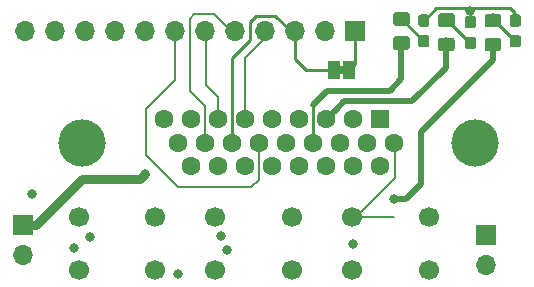
<source format=gtl>
G04 #@! TF.GenerationSoftware,KiCad,Pcbnew,(5.1.0-0)*
G04 #@! TF.CreationDate,2019-04-23T20:34:44+03:00*
G04 #@! TF.ProjectId,ovms-swcan-dongle,6f766d73-2d73-4776-9361-6e2d646f6e67,rev?*
G04 #@! TF.SameCoordinates,Original*
G04 #@! TF.FileFunction,Copper,L1,Top*
G04 #@! TF.FilePolarity,Positive*
%FSLAX46Y46*%
G04 Gerber Fmt 4.6, Leading zero omitted, Abs format (unit mm)*
G04 Created by KiCad (PCBNEW (5.1.0-0)) date 2019-04-23 20:34:44*
%MOMM*%
%LPD*%
G04 APERTURE LIST*
%ADD10C,0.100000*%
%ADD11O,1.700000X1.700000*%
%ADD12R,1.700000X1.700000*%
%ADD13R,1.000000X1.500000*%
%ADD14C,1.700000*%
%ADD15C,4.000000*%
%ADD16C,1.600000*%
%ADD17R,1.600000X1.600000*%
%ADD18C,0.950000*%
%ADD19C,1.150000*%
%ADD20C,0.800000*%
%ADD21C,0.203300*%
%ADD22C,0.250000*%
%ADD23C,0.500000*%
%ADD24C,0.800000*%
G04 APERTURE END LIST*
D10*
G36*
X42041000Y-17861000D02*
G01*
X42541000Y-17861000D01*
X42541000Y-18461000D01*
X42041000Y-18461000D01*
X42041000Y-17861000D01*
G37*
D11*
X54559200Y-34696400D03*
D12*
X54559200Y-32156400D03*
D11*
X15316200Y-33858200D03*
D12*
X15316200Y-31318200D03*
D11*
X15494000Y-14859000D03*
X18034000Y-14859000D03*
X20574000Y-14859000D03*
X23114000Y-14859000D03*
X25654000Y-14859000D03*
X28194000Y-14859000D03*
X30734000Y-14859000D03*
X33274000Y-14859000D03*
X35814000Y-14859000D03*
X38354000Y-14859000D03*
X40894000Y-14859000D03*
D12*
X43434000Y-14859000D03*
D13*
X42941000Y-18161000D03*
X41641000Y-18161000D03*
D14*
X43205400Y-30607000D03*
X49705400Y-30607000D03*
X43205400Y-35107000D03*
X49705400Y-35107000D03*
X31597600Y-30607000D03*
X38097600Y-30607000D03*
X31597600Y-35107000D03*
X38097600Y-35107000D03*
X20040600Y-30607000D03*
X26540600Y-30607000D03*
X20040600Y-35107000D03*
X26540600Y-35107000D03*
D15*
X20318000Y-24332000D03*
X53618000Y-24332000D03*
D16*
X29563000Y-26312000D03*
X31853000Y-26312000D03*
X34143000Y-26312000D03*
X36433000Y-26312000D03*
X38723000Y-26312000D03*
X41013000Y-26312000D03*
X43303000Y-26312000D03*
X45593000Y-26312000D03*
X28418000Y-24332000D03*
X30708000Y-24332000D03*
X32998000Y-24332000D03*
X35288000Y-24332000D03*
X37578000Y-24332000D03*
X39868000Y-24332000D03*
X42158000Y-24332000D03*
X44448000Y-24332000D03*
X46738000Y-24332000D03*
X27273000Y-22352000D03*
X29563000Y-22352000D03*
X31853000Y-22352000D03*
X34143000Y-22352000D03*
X36433000Y-22352000D03*
X38723000Y-22352000D03*
X41013000Y-22352000D03*
X43303000Y-22352000D03*
D17*
X45593000Y-22352000D03*
D10*
G36*
X57283779Y-15210144D02*
G01*
X57306834Y-15213563D01*
X57329443Y-15219227D01*
X57351387Y-15227079D01*
X57372457Y-15237044D01*
X57392448Y-15249026D01*
X57411168Y-15262910D01*
X57428438Y-15278562D01*
X57444090Y-15295832D01*
X57457974Y-15314552D01*
X57469956Y-15334543D01*
X57479921Y-15355613D01*
X57487773Y-15377557D01*
X57493437Y-15400166D01*
X57496856Y-15423221D01*
X57498000Y-15446500D01*
X57498000Y-16021500D01*
X57496856Y-16044779D01*
X57493437Y-16067834D01*
X57487773Y-16090443D01*
X57479921Y-16112387D01*
X57469956Y-16133457D01*
X57457974Y-16153448D01*
X57444090Y-16172168D01*
X57428438Y-16189438D01*
X57411168Y-16205090D01*
X57392448Y-16218974D01*
X57372457Y-16230956D01*
X57351387Y-16240921D01*
X57329443Y-16248773D01*
X57306834Y-16254437D01*
X57283779Y-16257856D01*
X57260500Y-16259000D01*
X56785500Y-16259000D01*
X56762221Y-16257856D01*
X56739166Y-16254437D01*
X56716557Y-16248773D01*
X56694613Y-16240921D01*
X56673543Y-16230956D01*
X56653552Y-16218974D01*
X56634832Y-16205090D01*
X56617562Y-16189438D01*
X56601910Y-16172168D01*
X56588026Y-16153448D01*
X56576044Y-16133457D01*
X56566079Y-16112387D01*
X56558227Y-16090443D01*
X56552563Y-16067834D01*
X56549144Y-16044779D01*
X56548000Y-16021500D01*
X56548000Y-15446500D01*
X56549144Y-15423221D01*
X56552563Y-15400166D01*
X56558227Y-15377557D01*
X56566079Y-15355613D01*
X56576044Y-15334543D01*
X56588026Y-15314552D01*
X56601910Y-15295832D01*
X56617562Y-15278562D01*
X56634832Y-15262910D01*
X56653552Y-15249026D01*
X56673543Y-15237044D01*
X56694613Y-15227079D01*
X56716557Y-15219227D01*
X56739166Y-15213563D01*
X56762221Y-15210144D01*
X56785500Y-15209000D01*
X57260500Y-15209000D01*
X57283779Y-15210144D01*
X57283779Y-15210144D01*
G37*
D18*
X57023000Y-15734000D03*
D10*
G36*
X57283779Y-13460144D02*
G01*
X57306834Y-13463563D01*
X57329443Y-13469227D01*
X57351387Y-13477079D01*
X57372457Y-13487044D01*
X57392448Y-13499026D01*
X57411168Y-13512910D01*
X57428438Y-13528562D01*
X57444090Y-13545832D01*
X57457974Y-13564552D01*
X57469956Y-13584543D01*
X57479921Y-13605613D01*
X57487773Y-13627557D01*
X57493437Y-13650166D01*
X57496856Y-13673221D01*
X57498000Y-13696500D01*
X57498000Y-14271500D01*
X57496856Y-14294779D01*
X57493437Y-14317834D01*
X57487773Y-14340443D01*
X57479921Y-14362387D01*
X57469956Y-14383457D01*
X57457974Y-14403448D01*
X57444090Y-14422168D01*
X57428438Y-14439438D01*
X57411168Y-14455090D01*
X57392448Y-14468974D01*
X57372457Y-14480956D01*
X57351387Y-14490921D01*
X57329443Y-14498773D01*
X57306834Y-14504437D01*
X57283779Y-14507856D01*
X57260500Y-14509000D01*
X56785500Y-14509000D01*
X56762221Y-14507856D01*
X56739166Y-14504437D01*
X56716557Y-14498773D01*
X56694613Y-14490921D01*
X56673543Y-14480956D01*
X56653552Y-14468974D01*
X56634832Y-14455090D01*
X56617562Y-14439438D01*
X56601910Y-14422168D01*
X56588026Y-14403448D01*
X56576044Y-14383457D01*
X56566079Y-14362387D01*
X56558227Y-14340443D01*
X56552563Y-14317834D01*
X56549144Y-14294779D01*
X56548000Y-14271500D01*
X56548000Y-13696500D01*
X56549144Y-13673221D01*
X56552563Y-13650166D01*
X56558227Y-13627557D01*
X56566079Y-13605613D01*
X56576044Y-13584543D01*
X56588026Y-13564552D01*
X56601910Y-13545832D01*
X56617562Y-13528562D01*
X56634832Y-13512910D01*
X56653552Y-13499026D01*
X56673543Y-13487044D01*
X56694613Y-13477079D01*
X56716557Y-13469227D01*
X56739166Y-13463563D01*
X56762221Y-13460144D01*
X56785500Y-13459000D01*
X57260500Y-13459000D01*
X57283779Y-13460144D01*
X57283779Y-13460144D01*
G37*
D18*
X57023000Y-13984000D03*
D10*
G36*
X53473779Y-15337144D02*
G01*
X53496834Y-15340563D01*
X53519443Y-15346227D01*
X53541387Y-15354079D01*
X53562457Y-15364044D01*
X53582448Y-15376026D01*
X53601168Y-15389910D01*
X53618438Y-15405562D01*
X53634090Y-15422832D01*
X53647974Y-15441552D01*
X53659956Y-15461543D01*
X53669921Y-15482613D01*
X53677773Y-15504557D01*
X53683437Y-15527166D01*
X53686856Y-15550221D01*
X53688000Y-15573500D01*
X53688000Y-16148500D01*
X53686856Y-16171779D01*
X53683437Y-16194834D01*
X53677773Y-16217443D01*
X53669921Y-16239387D01*
X53659956Y-16260457D01*
X53647974Y-16280448D01*
X53634090Y-16299168D01*
X53618438Y-16316438D01*
X53601168Y-16332090D01*
X53582448Y-16345974D01*
X53562457Y-16357956D01*
X53541387Y-16367921D01*
X53519443Y-16375773D01*
X53496834Y-16381437D01*
X53473779Y-16384856D01*
X53450500Y-16386000D01*
X52975500Y-16386000D01*
X52952221Y-16384856D01*
X52929166Y-16381437D01*
X52906557Y-16375773D01*
X52884613Y-16367921D01*
X52863543Y-16357956D01*
X52843552Y-16345974D01*
X52824832Y-16332090D01*
X52807562Y-16316438D01*
X52791910Y-16299168D01*
X52778026Y-16280448D01*
X52766044Y-16260457D01*
X52756079Y-16239387D01*
X52748227Y-16217443D01*
X52742563Y-16194834D01*
X52739144Y-16171779D01*
X52738000Y-16148500D01*
X52738000Y-15573500D01*
X52739144Y-15550221D01*
X52742563Y-15527166D01*
X52748227Y-15504557D01*
X52756079Y-15482613D01*
X52766044Y-15461543D01*
X52778026Y-15441552D01*
X52791910Y-15422832D01*
X52807562Y-15405562D01*
X52824832Y-15389910D01*
X52843552Y-15376026D01*
X52863543Y-15364044D01*
X52884613Y-15354079D01*
X52906557Y-15346227D01*
X52929166Y-15340563D01*
X52952221Y-15337144D01*
X52975500Y-15336000D01*
X53450500Y-15336000D01*
X53473779Y-15337144D01*
X53473779Y-15337144D01*
G37*
D18*
X53213000Y-15861000D03*
D10*
G36*
X53473779Y-13587144D02*
G01*
X53496834Y-13590563D01*
X53519443Y-13596227D01*
X53541387Y-13604079D01*
X53562457Y-13614044D01*
X53582448Y-13626026D01*
X53601168Y-13639910D01*
X53618438Y-13655562D01*
X53634090Y-13672832D01*
X53647974Y-13691552D01*
X53659956Y-13711543D01*
X53669921Y-13732613D01*
X53677773Y-13754557D01*
X53683437Y-13777166D01*
X53686856Y-13800221D01*
X53688000Y-13823500D01*
X53688000Y-14398500D01*
X53686856Y-14421779D01*
X53683437Y-14444834D01*
X53677773Y-14467443D01*
X53669921Y-14489387D01*
X53659956Y-14510457D01*
X53647974Y-14530448D01*
X53634090Y-14549168D01*
X53618438Y-14566438D01*
X53601168Y-14582090D01*
X53582448Y-14595974D01*
X53562457Y-14607956D01*
X53541387Y-14617921D01*
X53519443Y-14625773D01*
X53496834Y-14631437D01*
X53473779Y-14634856D01*
X53450500Y-14636000D01*
X52975500Y-14636000D01*
X52952221Y-14634856D01*
X52929166Y-14631437D01*
X52906557Y-14625773D01*
X52884613Y-14617921D01*
X52863543Y-14607956D01*
X52843552Y-14595974D01*
X52824832Y-14582090D01*
X52807562Y-14566438D01*
X52791910Y-14549168D01*
X52778026Y-14530448D01*
X52766044Y-14510457D01*
X52756079Y-14489387D01*
X52748227Y-14467443D01*
X52742563Y-14444834D01*
X52739144Y-14421779D01*
X52738000Y-14398500D01*
X52738000Y-13823500D01*
X52739144Y-13800221D01*
X52742563Y-13777166D01*
X52748227Y-13754557D01*
X52756079Y-13732613D01*
X52766044Y-13711543D01*
X52778026Y-13691552D01*
X52791910Y-13672832D01*
X52807562Y-13655562D01*
X52824832Y-13639910D01*
X52843552Y-13626026D01*
X52863543Y-13614044D01*
X52884613Y-13604079D01*
X52906557Y-13596227D01*
X52929166Y-13590563D01*
X52952221Y-13587144D01*
X52975500Y-13586000D01*
X53450500Y-13586000D01*
X53473779Y-13587144D01*
X53473779Y-13587144D01*
G37*
D18*
X53213000Y-14111000D03*
D10*
G36*
X49536779Y-15210144D02*
G01*
X49559834Y-15213563D01*
X49582443Y-15219227D01*
X49604387Y-15227079D01*
X49625457Y-15237044D01*
X49645448Y-15249026D01*
X49664168Y-15262910D01*
X49681438Y-15278562D01*
X49697090Y-15295832D01*
X49710974Y-15314552D01*
X49722956Y-15334543D01*
X49732921Y-15355613D01*
X49740773Y-15377557D01*
X49746437Y-15400166D01*
X49749856Y-15423221D01*
X49751000Y-15446500D01*
X49751000Y-16021500D01*
X49749856Y-16044779D01*
X49746437Y-16067834D01*
X49740773Y-16090443D01*
X49732921Y-16112387D01*
X49722956Y-16133457D01*
X49710974Y-16153448D01*
X49697090Y-16172168D01*
X49681438Y-16189438D01*
X49664168Y-16205090D01*
X49645448Y-16218974D01*
X49625457Y-16230956D01*
X49604387Y-16240921D01*
X49582443Y-16248773D01*
X49559834Y-16254437D01*
X49536779Y-16257856D01*
X49513500Y-16259000D01*
X49038500Y-16259000D01*
X49015221Y-16257856D01*
X48992166Y-16254437D01*
X48969557Y-16248773D01*
X48947613Y-16240921D01*
X48926543Y-16230956D01*
X48906552Y-16218974D01*
X48887832Y-16205090D01*
X48870562Y-16189438D01*
X48854910Y-16172168D01*
X48841026Y-16153448D01*
X48829044Y-16133457D01*
X48819079Y-16112387D01*
X48811227Y-16090443D01*
X48805563Y-16067834D01*
X48802144Y-16044779D01*
X48801000Y-16021500D01*
X48801000Y-15446500D01*
X48802144Y-15423221D01*
X48805563Y-15400166D01*
X48811227Y-15377557D01*
X48819079Y-15355613D01*
X48829044Y-15334543D01*
X48841026Y-15314552D01*
X48854910Y-15295832D01*
X48870562Y-15278562D01*
X48887832Y-15262910D01*
X48906552Y-15249026D01*
X48926543Y-15237044D01*
X48947613Y-15227079D01*
X48969557Y-15219227D01*
X48992166Y-15213563D01*
X49015221Y-15210144D01*
X49038500Y-15209000D01*
X49513500Y-15209000D01*
X49536779Y-15210144D01*
X49536779Y-15210144D01*
G37*
D18*
X49276000Y-15734000D03*
D10*
G36*
X49536779Y-13460144D02*
G01*
X49559834Y-13463563D01*
X49582443Y-13469227D01*
X49604387Y-13477079D01*
X49625457Y-13487044D01*
X49645448Y-13499026D01*
X49664168Y-13512910D01*
X49681438Y-13528562D01*
X49697090Y-13545832D01*
X49710974Y-13564552D01*
X49722956Y-13584543D01*
X49732921Y-13605613D01*
X49740773Y-13627557D01*
X49746437Y-13650166D01*
X49749856Y-13673221D01*
X49751000Y-13696500D01*
X49751000Y-14271500D01*
X49749856Y-14294779D01*
X49746437Y-14317834D01*
X49740773Y-14340443D01*
X49732921Y-14362387D01*
X49722956Y-14383457D01*
X49710974Y-14403448D01*
X49697090Y-14422168D01*
X49681438Y-14439438D01*
X49664168Y-14455090D01*
X49645448Y-14468974D01*
X49625457Y-14480956D01*
X49604387Y-14490921D01*
X49582443Y-14498773D01*
X49559834Y-14504437D01*
X49536779Y-14507856D01*
X49513500Y-14509000D01*
X49038500Y-14509000D01*
X49015221Y-14507856D01*
X48992166Y-14504437D01*
X48969557Y-14498773D01*
X48947613Y-14490921D01*
X48926543Y-14480956D01*
X48906552Y-14468974D01*
X48887832Y-14455090D01*
X48870562Y-14439438D01*
X48854910Y-14422168D01*
X48841026Y-14403448D01*
X48829044Y-14383457D01*
X48819079Y-14362387D01*
X48811227Y-14340443D01*
X48805563Y-14317834D01*
X48802144Y-14294779D01*
X48801000Y-14271500D01*
X48801000Y-13696500D01*
X48802144Y-13673221D01*
X48805563Y-13650166D01*
X48811227Y-13627557D01*
X48819079Y-13605613D01*
X48829044Y-13584543D01*
X48841026Y-13564552D01*
X48854910Y-13545832D01*
X48870562Y-13528562D01*
X48887832Y-13512910D01*
X48906552Y-13499026D01*
X48926543Y-13487044D01*
X48947613Y-13477079D01*
X48969557Y-13469227D01*
X48992166Y-13463563D01*
X49015221Y-13460144D01*
X49038500Y-13459000D01*
X49513500Y-13459000D01*
X49536779Y-13460144D01*
X49536779Y-13460144D01*
G37*
D18*
X49276000Y-13984000D03*
D10*
G36*
X55592505Y-13396204D02*
G01*
X55616773Y-13399804D01*
X55640572Y-13405765D01*
X55663671Y-13414030D01*
X55685850Y-13424520D01*
X55706893Y-13437132D01*
X55726599Y-13451747D01*
X55744777Y-13468223D01*
X55761253Y-13486401D01*
X55775868Y-13506107D01*
X55788480Y-13527150D01*
X55798970Y-13549329D01*
X55807235Y-13572428D01*
X55813196Y-13596227D01*
X55816796Y-13620495D01*
X55818000Y-13644999D01*
X55818000Y-14295001D01*
X55816796Y-14319505D01*
X55813196Y-14343773D01*
X55807235Y-14367572D01*
X55798970Y-14390671D01*
X55788480Y-14412850D01*
X55775868Y-14433893D01*
X55761253Y-14453599D01*
X55744777Y-14471777D01*
X55726599Y-14488253D01*
X55706893Y-14502868D01*
X55685850Y-14515480D01*
X55663671Y-14525970D01*
X55640572Y-14534235D01*
X55616773Y-14540196D01*
X55592505Y-14543796D01*
X55568001Y-14545000D01*
X54667999Y-14545000D01*
X54643495Y-14543796D01*
X54619227Y-14540196D01*
X54595428Y-14534235D01*
X54572329Y-14525970D01*
X54550150Y-14515480D01*
X54529107Y-14502868D01*
X54509401Y-14488253D01*
X54491223Y-14471777D01*
X54474747Y-14453599D01*
X54460132Y-14433893D01*
X54447520Y-14412850D01*
X54437030Y-14390671D01*
X54428765Y-14367572D01*
X54422804Y-14343773D01*
X54419204Y-14319505D01*
X54418000Y-14295001D01*
X54418000Y-13644999D01*
X54419204Y-13620495D01*
X54422804Y-13596227D01*
X54428765Y-13572428D01*
X54437030Y-13549329D01*
X54447520Y-13527150D01*
X54460132Y-13506107D01*
X54474747Y-13486401D01*
X54491223Y-13468223D01*
X54509401Y-13451747D01*
X54529107Y-13437132D01*
X54550150Y-13424520D01*
X54572329Y-13414030D01*
X54595428Y-13405765D01*
X54619227Y-13399804D01*
X54643495Y-13396204D01*
X54667999Y-13395000D01*
X55568001Y-13395000D01*
X55592505Y-13396204D01*
X55592505Y-13396204D01*
G37*
D19*
X55118000Y-13970000D03*
D10*
G36*
X55592505Y-15446204D02*
G01*
X55616773Y-15449804D01*
X55640572Y-15455765D01*
X55663671Y-15464030D01*
X55685850Y-15474520D01*
X55706893Y-15487132D01*
X55726599Y-15501747D01*
X55744777Y-15518223D01*
X55761253Y-15536401D01*
X55775868Y-15556107D01*
X55788480Y-15577150D01*
X55798970Y-15599329D01*
X55807235Y-15622428D01*
X55813196Y-15646227D01*
X55816796Y-15670495D01*
X55818000Y-15694999D01*
X55818000Y-16345001D01*
X55816796Y-16369505D01*
X55813196Y-16393773D01*
X55807235Y-16417572D01*
X55798970Y-16440671D01*
X55788480Y-16462850D01*
X55775868Y-16483893D01*
X55761253Y-16503599D01*
X55744777Y-16521777D01*
X55726599Y-16538253D01*
X55706893Y-16552868D01*
X55685850Y-16565480D01*
X55663671Y-16575970D01*
X55640572Y-16584235D01*
X55616773Y-16590196D01*
X55592505Y-16593796D01*
X55568001Y-16595000D01*
X54667999Y-16595000D01*
X54643495Y-16593796D01*
X54619227Y-16590196D01*
X54595428Y-16584235D01*
X54572329Y-16575970D01*
X54550150Y-16565480D01*
X54529107Y-16552868D01*
X54509401Y-16538253D01*
X54491223Y-16521777D01*
X54474747Y-16503599D01*
X54460132Y-16483893D01*
X54447520Y-16462850D01*
X54437030Y-16440671D01*
X54428765Y-16417572D01*
X54422804Y-16393773D01*
X54419204Y-16369505D01*
X54418000Y-16345001D01*
X54418000Y-15694999D01*
X54419204Y-15670495D01*
X54422804Y-15646227D01*
X54428765Y-15622428D01*
X54437030Y-15599329D01*
X54447520Y-15577150D01*
X54460132Y-15556107D01*
X54474747Y-15536401D01*
X54491223Y-15518223D01*
X54509401Y-15501747D01*
X54529107Y-15487132D01*
X54550150Y-15474520D01*
X54572329Y-15464030D01*
X54595428Y-15455765D01*
X54619227Y-15449804D01*
X54643495Y-15446204D01*
X54667999Y-15445000D01*
X55568001Y-15445000D01*
X55592505Y-15446204D01*
X55592505Y-15446204D01*
G37*
D19*
X55118000Y-16020000D03*
D10*
G36*
X51655505Y-13370804D02*
G01*
X51679773Y-13374404D01*
X51703572Y-13380365D01*
X51726671Y-13388630D01*
X51748850Y-13399120D01*
X51769893Y-13411732D01*
X51789599Y-13426347D01*
X51807777Y-13442823D01*
X51824253Y-13461001D01*
X51838868Y-13480707D01*
X51851480Y-13501750D01*
X51861970Y-13523929D01*
X51870235Y-13547028D01*
X51876196Y-13570827D01*
X51879796Y-13595095D01*
X51881000Y-13619599D01*
X51881000Y-14269601D01*
X51879796Y-14294105D01*
X51876196Y-14318373D01*
X51870235Y-14342172D01*
X51861970Y-14365271D01*
X51851480Y-14387450D01*
X51838868Y-14408493D01*
X51824253Y-14428199D01*
X51807777Y-14446377D01*
X51789599Y-14462853D01*
X51769893Y-14477468D01*
X51748850Y-14490080D01*
X51726671Y-14500570D01*
X51703572Y-14508835D01*
X51679773Y-14514796D01*
X51655505Y-14518396D01*
X51631001Y-14519600D01*
X50730999Y-14519600D01*
X50706495Y-14518396D01*
X50682227Y-14514796D01*
X50658428Y-14508835D01*
X50635329Y-14500570D01*
X50613150Y-14490080D01*
X50592107Y-14477468D01*
X50572401Y-14462853D01*
X50554223Y-14446377D01*
X50537747Y-14428199D01*
X50523132Y-14408493D01*
X50510520Y-14387450D01*
X50500030Y-14365271D01*
X50491765Y-14342172D01*
X50485804Y-14318373D01*
X50482204Y-14294105D01*
X50481000Y-14269601D01*
X50481000Y-13619599D01*
X50482204Y-13595095D01*
X50485804Y-13570827D01*
X50491765Y-13547028D01*
X50500030Y-13523929D01*
X50510520Y-13501750D01*
X50523132Y-13480707D01*
X50537747Y-13461001D01*
X50554223Y-13442823D01*
X50572401Y-13426347D01*
X50592107Y-13411732D01*
X50613150Y-13399120D01*
X50635329Y-13388630D01*
X50658428Y-13380365D01*
X50682227Y-13374404D01*
X50706495Y-13370804D01*
X50730999Y-13369600D01*
X51631001Y-13369600D01*
X51655505Y-13370804D01*
X51655505Y-13370804D01*
G37*
D19*
X51181000Y-13944600D03*
D10*
G36*
X51655505Y-15420804D02*
G01*
X51679773Y-15424404D01*
X51703572Y-15430365D01*
X51726671Y-15438630D01*
X51748850Y-15449120D01*
X51769893Y-15461732D01*
X51789599Y-15476347D01*
X51807777Y-15492823D01*
X51824253Y-15511001D01*
X51838868Y-15530707D01*
X51851480Y-15551750D01*
X51861970Y-15573929D01*
X51870235Y-15597028D01*
X51876196Y-15620827D01*
X51879796Y-15645095D01*
X51881000Y-15669599D01*
X51881000Y-16319601D01*
X51879796Y-16344105D01*
X51876196Y-16368373D01*
X51870235Y-16392172D01*
X51861970Y-16415271D01*
X51851480Y-16437450D01*
X51838868Y-16458493D01*
X51824253Y-16478199D01*
X51807777Y-16496377D01*
X51789599Y-16512853D01*
X51769893Y-16527468D01*
X51748850Y-16540080D01*
X51726671Y-16550570D01*
X51703572Y-16558835D01*
X51679773Y-16564796D01*
X51655505Y-16568396D01*
X51631001Y-16569600D01*
X50730999Y-16569600D01*
X50706495Y-16568396D01*
X50682227Y-16564796D01*
X50658428Y-16558835D01*
X50635329Y-16550570D01*
X50613150Y-16540080D01*
X50592107Y-16527468D01*
X50572401Y-16512853D01*
X50554223Y-16496377D01*
X50537747Y-16478199D01*
X50523132Y-16458493D01*
X50510520Y-16437450D01*
X50500030Y-16415271D01*
X50491765Y-16392172D01*
X50485804Y-16368373D01*
X50482204Y-16344105D01*
X50481000Y-16319601D01*
X50481000Y-15669599D01*
X50482204Y-15645095D01*
X50485804Y-15620827D01*
X50491765Y-15597028D01*
X50500030Y-15573929D01*
X50510520Y-15551750D01*
X50523132Y-15530707D01*
X50537747Y-15511001D01*
X50554223Y-15492823D01*
X50572401Y-15476347D01*
X50592107Y-15461732D01*
X50613150Y-15449120D01*
X50635329Y-15438630D01*
X50658428Y-15430365D01*
X50682227Y-15424404D01*
X50706495Y-15420804D01*
X50730999Y-15419600D01*
X51631001Y-15419600D01*
X51655505Y-15420804D01*
X51655505Y-15420804D01*
G37*
D19*
X51181000Y-15994600D03*
D10*
G36*
X47845505Y-13260204D02*
G01*
X47869773Y-13263804D01*
X47893572Y-13269765D01*
X47916671Y-13278030D01*
X47938850Y-13288520D01*
X47959893Y-13301132D01*
X47979599Y-13315747D01*
X47997777Y-13332223D01*
X48014253Y-13350401D01*
X48028868Y-13370107D01*
X48041480Y-13391150D01*
X48051970Y-13413329D01*
X48060235Y-13436428D01*
X48066196Y-13460227D01*
X48069796Y-13484495D01*
X48071000Y-13508999D01*
X48071000Y-14159001D01*
X48069796Y-14183505D01*
X48066196Y-14207773D01*
X48060235Y-14231572D01*
X48051970Y-14254671D01*
X48041480Y-14276850D01*
X48028868Y-14297893D01*
X48014253Y-14317599D01*
X47997777Y-14335777D01*
X47979599Y-14352253D01*
X47959893Y-14366868D01*
X47938850Y-14379480D01*
X47916671Y-14389970D01*
X47893572Y-14398235D01*
X47869773Y-14404196D01*
X47845505Y-14407796D01*
X47821001Y-14409000D01*
X46920999Y-14409000D01*
X46896495Y-14407796D01*
X46872227Y-14404196D01*
X46848428Y-14398235D01*
X46825329Y-14389970D01*
X46803150Y-14379480D01*
X46782107Y-14366868D01*
X46762401Y-14352253D01*
X46744223Y-14335777D01*
X46727747Y-14317599D01*
X46713132Y-14297893D01*
X46700520Y-14276850D01*
X46690030Y-14254671D01*
X46681765Y-14231572D01*
X46675804Y-14207773D01*
X46672204Y-14183505D01*
X46671000Y-14159001D01*
X46671000Y-13508999D01*
X46672204Y-13484495D01*
X46675804Y-13460227D01*
X46681765Y-13436428D01*
X46690030Y-13413329D01*
X46700520Y-13391150D01*
X46713132Y-13370107D01*
X46727747Y-13350401D01*
X46744223Y-13332223D01*
X46762401Y-13315747D01*
X46782107Y-13301132D01*
X46803150Y-13288520D01*
X46825329Y-13278030D01*
X46848428Y-13269765D01*
X46872227Y-13263804D01*
X46896495Y-13260204D01*
X46920999Y-13259000D01*
X47821001Y-13259000D01*
X47845505Y-13260204D01*
X47845505Y-13260204D01*
G37*
D19*
X47371000Y-13834000D03*
D10*
G36*
X47845505Y-15310204D02*
G01*
X47869773Y-15313804D01*
X47893572Y-15319765D01*
X47916671Y-15328030D01*
X47938850Y-15338520D01*
X47959893Y-15351132D01*
X47979599Y-15365747D01*
X47997777Y-15382223D01*
X48014253Y-15400401D01*
X48028868Y-15420107D01*
X48041480Y-15441150D01*
X48051970Y-15463329D01*
X48060235Y-15486428D01*
X48066196Y-15510227D01*
X48069796Y-15534495D01*
X48071000Y-15558999D01*
X48071000Y-16209001D01*
X48069796Y-16233505D01*
X48066196Y-16257773D01*
X48060235Y-16281572D01*
X48051970Y-16304671D01*
X48041480Y-16326850D01*
X48028868Y-16347893D01*
X48014253Y-16367599D01*
X47997777Y-16385777D01*
X47979599Y-16402253D01*
X47959893Y-16416868D01*
X47938850Y-16429480D01*
X47916671Y-16439970D01*
X47893572Y-16448235D01*
X47869773Y-16454196D01*
X47845505Y-16457796D01*
X47821001Y-16459000D01*
X46920999Y-16459000D01*
X46896495Y-16457796D01*
X46872227Y-16454196D01*
X46848428Y-16448235D01*
X46825329Y-16439970D01*
X46803150Y-16429480D01*
X46782107Y-16416868D01*
X46762401Y-16402253D01*
X46744223Y-16385777D01*
X46727747Y-16367599D01*
X46713132Y-16347893D01*
X46700520Y-16326850D01*
X46690030Y-16304671D01*
X46681765Y-16281572D01*
X46675804Y-16257773D01*
X46672204Y-16233505D01*
X46671000Y-16209001D01*
X46671000Y-15558999D01*
X46672204Y-15534495D01*
X46675804Y-15510227D01*
X46681765Y-15486428D01*
X46690030Y-15463329D01*
X46700520Y-15441150D01*
X46713132Y-15420107D01*
X46727747Y-15400401D01*
X46744223Y-15382223D01*
X46762401Y-15365747D01*
X46782107Y-15351132D01*
X46803150Y-15338520D01*
X46825329Y-15328030D01*
X46848428Y-15319765D01*
X46872227Y-15313804D01*
X46896495Y-15310204D01*
X46920999Y-15309000D01*
X47821001Y-15309000D01*
X47845505Y-15310204D01*
X47845505Y-15310204D01*
G37*
D19*
X47371000Y-15884000D03*
D20*
X46736000Y-29046000D03*
X28422600Y-35433000D03*
X43281600Y-32893000D03*
X19659600Y-33274000D03*
X32613602Y-33401000D03*
X16129000Y-28702000D03*
X32105600Y-32258000D03*
X21005800Y-32283400D03*
X53213000Y-13182600D03*
X25654000Y-27000200D03*
D21*
X49271000Y-15734000D02*
X49276000Y-15734000D01*
D22*
X47371000Y-13834000D02*
X49271000Y-15734000D01*
X39868000Y-21092000D02*
X39868000Y-24332000D01*
D23*
X41046400Y-19913600D02*
X39868000Y-21092000D01*
X46380400Y-19913600D02*
X41046400Y-19913600D01*
X47371000Y-18923000D02*
X46380400Y-19913600D01*
X47371000Y-15884000D02*
X47371000Y-18923000D01*
D21*
X52954000Y-15607000D02*
X53213000Y-15607000D01*
D22*
X51181000Y-13834000D02*
X52954000Y-15607000D01*
D23*
X51181000Y-15884000D02*
X51181000Y-16559000D01*
X41812999Y-21552001D02*
X41013000Y-22352000D01*
X42537000Y-20828000D02*
X41812999Y-21552001D01*
X48309000Y-20828000D02*
X42537000Y-20828000D01*
X51181000Y-17956000D02*
X48309000Y-20828000D01*
X51181000Y-16559000D02*
X51181000Y-17956000D01*
D21*
X57018000Y-15734000D02*
X57023000Y-15734000D01*
D22*
X55118000Y-13834000D02*
X57018000Y-15734000D01*
D23*
X47789000Y-29046000D02*
X46736000Y-29046000D01*
X49022000Y-27813000D02*
X47789000Y-29046000D01*
X49022000Y-23377000D02*
X49022000Y-27813000D01*
X55118000Y-17281000D02*
X49022000Y-23377000D01*
X55118000Y-15884000D02*
X55118000Y-17281000D01*
D22*
X43434000Y-15240000D02*
X43021817Y-14827817D01*
X43434000Y-17668000D02*
X43434000Y-15240000D01*
X42941000Y-18161000D02*
X43434000Y-17668000D01*
X53213000Y-13857000D02*
X53213000Y-12954000D01*
X50306010Y-12953990D02*
X49276000Y-13984000D01*
X57023000Y-13984000D02*
X57023000Y-13359000D01*
X54409820Y-12953990D02*
X50306010Y-12953990D01*
X54429820Y-12933990D02*
X54409820Y-12953990D01*
X56597990Y-12933990D02*
X54429820Y-12933990D01*
X57023000Y-13359000D02*
X56597990Y-12933990D01*
D21*
X38594000Y-26441000D02*
X38723000Y-26312000D01*
X46837600Y-27330400D02*
X46837600Y-24431600D01*
X46837600Y-24431600D02*
X46738000Y-24332000D01*
X43561000Y-30607000D02*
X46837600Y-27330400D01*
X43205400Y-30607000D02*
X46710600Y-30607000D01*
X35288000Y-27450000D02*
X35288000Y-24332000D01*
X34671000Y-28067000D02*
X35288000Y-27450000D01*
X27940000Y-14986000D02*
X28194000Y-15240000D01*
X28194000Y-15240000D02*
X28194000Y-19050000D01*
X25781000Y-21463000D02*
X25781000Y-25400000D01*
X28194000Y-19050000D02*
X25781000Y-21463000D01*
X28448000Y-28067000D02*
X34671000Y-28067000D01*
X25781000Y-25400000D02*
X28448000Y-28067000D01*
X30708000Y-21183000D02*
X30708000Y-24332000D01*
X29464000Y-19939000D02*
X30708000Y-21183000D01*
X29464000Y-13843000D02*
X29464000Y-19939000D01*
X29845000Y-13462000D02*
X29464000Y-13843000D01*
X31496000Y-13462000D02*
X29845000Y-13462000D01*
X33020000Y-14986000D02*
X31496000Y-13462000D01*
X30861000Y-15367000D02*
X30480000Y-14986000D01*
X30861000Y-19431000D02*
X30861000Y-15367000D01*
X31853000Y-20423000D02*
X30861000Y-19431000D01*
X31853000Y-22352000D02*
X31853000Y-20423000D01*
D22*
X39286700Y-18161000D02*
X41641000Y-18161000D01*
X38354000Y-17228300D02*
X39286700Y-18161000D01*
X35052000Y-13589000D02*
X36703000Y-13589000D01*
X34544000Y-14097000D02*
X35052000Y-13589000D01*
X34544000Y-15621000D02*
X34544000Y-14097000D01*
X38354000Y-15240000D02*
X38354000Y-17228300D01*
X32998000Y-17167000D02*
X34544000Y-15621000D01*
X36703000Y-13589000D02*
X38354000Y-15240000D01*
X32998000Y-24332000D02*
X32998000Y-17167000D01*
D21*
X35560000Y-15748000D02*
X35560000Y-14986000D01*
X34143000Y-17165000D02*
X35560000Y-15748000D01*
X34143000Y-22352000D02*
X34143000Y-17165000D01*
D24*
X25222200Y-27432000D02*
X25654000Y-27000200D01*
X20294600Y-27432000D02*
X25222200Y-27432000D01*
X16408400Y-31318200D02*
X20294600Y-27432000D01*
X15316200Y-31318200D02*
X16408400Y-31318200D01*
M02*

</source>
